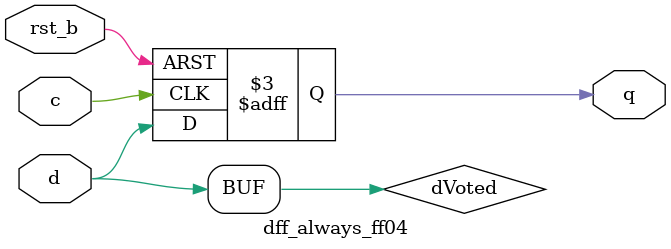
<source format=sv>

module dff_always_ff04
  (input  logic d,
   input  logic rst_b,
   input  logic c,
   output logic q);

  // tmrg default triplicate
  wire dVoted=d;

  always_ff @(posedge c or negedge rst_b)
    if (!rst_b) q <= 1'b0;
    else        q <=dVoted;

endmodule

</source>
